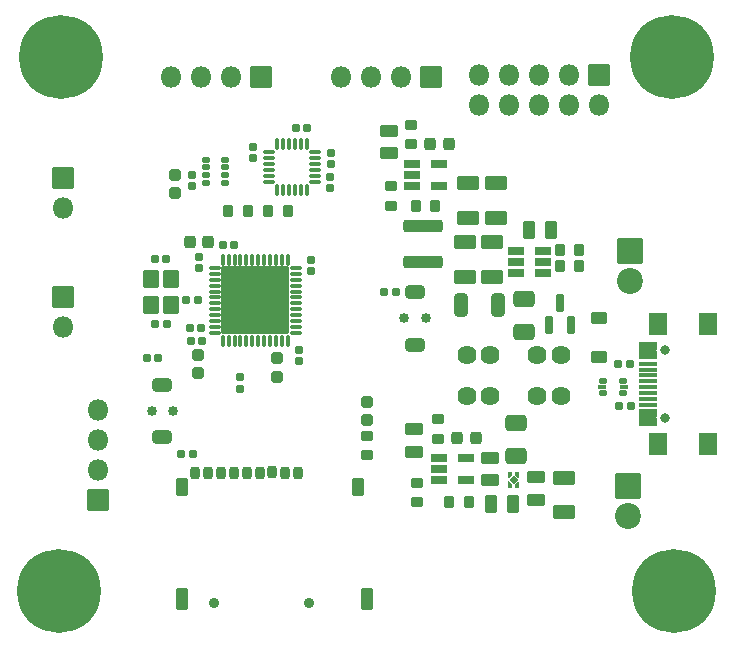
<source format=gbr>
%TF.GenerationSoftware,KiCad,Pcbnew,(6.0.7)*%
%TF.CreationDate,2022-09-11T16:04:51-07:00*%
%TF.ProjectId,All-in-one,416c6c2d-696e-42d6-9f6e-652e6b696361,rev?*%
%TF.SameCoordinates,Original*%
%TF.FileFunction,Soldermask,Top*%
%TF.FilePolarity,Negative*%
%FSLAX46Y46*%
G04 Gerber Fmt 4.6, Leading zero omitted, Abs format (unit mm)*
G04 Created by KiCad (PCBNEW (6.0.7)) date 2022-09-11 16:04:51*
%MOMM*%
%LPD*%
G01*
G04 APERTURE LIST*
G04 Aperture macros list*
%AMRoundRect*
0 Rectangle with rounded corners*
0 $1 Rounding radius*
0 $2 $3 $4 $5 $6 $7 $8 $9 X,Y pos of 4 corners*
0 Add a 4 corners polygon primitive as box body*
4,1,4,$2,$3,$4,$5,$6,$7,$8,$9,$2,$3,0*
0 Add four circle primitives for the rounded corners*
1,1,$1+$1,$2,$3*
1,1,$1+$1,$4,$5*
1,1,$1+$1,$6,$7*
1,1,$1+$1,$8,$9*
0 Add four rect primitives between the rounded corners*
20,1,$1+$1,$2,$3,$4,$5,0*
20,1,$1+$1,$4,$5,$6,$7,0*
20,1,$1+$1,$6,$7,$8,$9,0*
20,1,$1+$1,$8,$9,$2,$3,0*%
%AMFreePoly0*
4,1,13,0.395355,0.160355,0.410000,0.125000,0.395355,0.089645,0.145355,-0.160355,0.110000,-0.175000,-0.110000,-0.175000,-0.145355,-0.160355,-0.160000,-0.125000,-0.160000,0.125000,-0.145355,0.160355,-0.110000,0.175000,0.360000,0.175000,0.395355,0.160355,0.395355,0.160355,$1*%
%AMFreePoly1*
4,1,14,0.145355,0.160355,0.325355,-0.019645,0.340000,-0.055000,0.340000,-0.125000,0.325355,-0.160355,0.290000,-0.175000,-0.110000,-0.175000,-0.145355,-0.160355,-0.160000,-0.125000,-0.160000,0.125000,-0.145355,0.160355,-0.110000,0.175000,0.110000,0.175000,0.145355,0.160355,0.145355,0.160355,$1*%
%AMFreePoly2*
4,1,14,0.145355,0.160355,0.160000,0.125000,0.160000,-0.125000,0.145355,-0.160355,0.110000,-0.175000,-0.290000,-0.175000,-0.325355,-0.160355,-0.340000,-0.125000,-0.340000,-0.055000,-0.325355,-0.019645,-0.145355,0.160355,-0.110000,0.175000,0.110000,0.175000,0.145355,0.160355,0.145355,0.160355,$1*%
%AMFreePoly3*
4,1,14,0.145355,0.160355,0.160000,0.125000,0.160000,-0.125000,0.145355,-0.160355,0.110000,-0.175000,-0.110000,-0.175000,-0.145355,-0.160355,-0.325355,0.019645,-0.340000,0.055000,-0.340000,0.125000,-0.325355,0.160355,-0.290000,0.175000,0.110000,0.175000,0.145355,0.160355,0.145355,0.160355,$1*%
G04 Aperture macros list end*
%ADD10RoundRect,0.200000X-0.512500X-0.150000X0.512500X-0.150000X0.512500X0.150000X-0.512500X0.150000X0*%
%ADD11RoundRect,0.300000X0.650000X-0.325000X0.650000X0.325000X-0.650000X0.325000X-0.650000X-0.325000X0*%
%ADD12RoundRect,0.050000X-0.600000X0.700000X-0.600000X-0.700000X0.600000X-0.700000X0.600000X0.700000X0*%
%ADD13RoundRect,0.050000X0.250000X0.187500X-0.250000X0.187500X-0.250000X-0.187500X0.250000X-0.187500X0*%
%ADD14RoundRect,0.050000X0.325000X0.150000X-0.325000X0.150000X-0.325000X-0.150000X0.325000X-0.150000X0*%
%ADD15RoundRect,0.300000X0.275000X0.700000X-0.275000X0.700000X-0.275000X-0.700000X0.275000X-0.700000X0*%
%ADD16RoundRect,0.250000X0.200000X0.275000X-0.200000X0.275000X-0.200000X-0.275000X0.200000X-0.275000X0*%
%ADD17RoundRect,0.185000X0.135000X0.185000X-0.135000X0.185000X-0.135000X-0.185000X0.135000X-0.185000X0*%
%ADD18RoundRect,0.250000X-0.200000X-0.275000X0.200000X-0.275000X0.200000X0.275000X-0.200000X0.275000X0*%
%ADD19RoundRect,0.268750X-0.218750X-0.256250X0.218750X-0.256250X0.218750X0.256250X-0.218750X0.256250X0*%
%ADD20C,0.850000*%
%ADD21RoundRect,0.312500X0.537500X-0.262500X0.537500X0.262500X-0.537500X0.262500X-0.537500X-0.262500X0*%
%ADD22RoundRect,0.190000X-0.170000X0.140000X-0.170000X-0.140000X0.170000X-0.140000X0.170000X0.140000X0*%
%ADD23RoundRect,0.185000X-0.185000X0.135000X-0.185000X-0.135000X0.185000X-0.135000X0.185000X0.135000X0*%
%ADD24RoundRect,0.300000X-0.250000X-0.475000X0.250000X-0.475000X0.250000X0.475000X-0.250000X0.475000X0*%
%ADD25RoundRect,0.190000X0.170000X-0.140000X0.170000X0.140000X-0.170000X0.140000X-0.170000X-0.140000X0*%
%ADD26RoundRect,0.190000X-0.140000X-0.170000X0.140000X-0.170000X0.140000X0.170000X-0.140000X0.170000X0*%
%ADD27RoundRect,0.050000X-0.850000X0.850000X-0.850000X-0.850000X0.850000X-0.850000X0.850000X0.850000X0*%
%ADD28O,1.800000X1.800000*%
%ADD29RoundRect,0.200000X0.150000X-0.587500X0.150000X0.587500X-0.150000X0.587500X-0.150000X-0.587500X0*%
%ADD30RoundRect,0.197500X-0.147500X-0.172500X0.147500X-0.172500X0.147500X0.172500X-0.147500X0.172500X0*%
%ADD31RoundRect,0.300000X-0.475000X0.250000X-0.475000X-0.250000X0.475000X-0.250000X0.475000X0.250000X0*%
%ADD32RoundRect,0.300000X-0.650000X0.325000X-0.650000X-0.325000X0.650000X-0.325000X0.650000X0.325000X0*%
%ADD33RoundRect,0.050000X-1.050000X1.050000X-1.050000X-1.050000X1.050000X-1.050000X1.050000X1.050000X0*%
%ADD34C,2.200000*%
%ADD35RoundRect,0.300000X0.625000X-0.375000X0.625000X0.375000X-0.625000X0.375000X-0.625000X-0.375000X0*%
%ADD36FreePoly0,90.000000*%
%ADD37FreePoly1,90.000000*%
%ADD38FreePoly2,90.000000*%
%ADD39FreePoly3,90.000000*%
%ADD40RoundRect,0.050000X0.339411X0.000000X0.000000X0.339411X-0.339411X0.000000X0.000000X-0.339411X0*%
%ADD41RoundRect,0.125000X0.075000X-0.350000X0.075000X0.350000X-0.075000X0.350000X-0.075000X-0.350000X0*%
%ADD42RoundRect,0.125000X0.350000X0.075000X-0.350000X0.075000X-0.350000X-0.075000X0.350000X-0.075000X0*%
%ADD43RoundRect,0.275000X0.225000X0.250000X-0.225000X0.250000X-0.225000X-0.250000X0.225000X-0.250000X0*%
%ADD44RoundRect,0.050000X-0.850000X-0.850000X0.850000X-0.850000X0.850000X0.850000X-0.850000X0.850000X0*%
%ADD45RoundRect,0.250000X-0.275000X0.200000X-0.275000X-0.200000X0.275000X-0.200000X0.275000X0.200000X0*%
%ADD46RoundRect,0.275000X-0.250000X0.225000X-0.250000X-0.225000X0.250000X-0.225000X0.250000X0.225000X0*%
%ADD47C,0.900000*%
%ADD48C,7.100000*%
%ADD49C,0.800000*%
%ADD50RoundRect,0.050000X0.725000X-0.300000X0.725000X0.300000X-0.725000X0.300000X-0.725000X-0.300000X0*%
%ADD51RoundRect,0.050000X0.725000X-0.150000X0.725000X0.150000X-0.725000X0.150000X-0.725000X-0.150000X0*%
%ADD52RoundRect,0.050000X0.725000X-0.900000X0.725000X0.900000X-0.725000X0.900000X-0.725000X-0.900000X0*%
%ADD53RoundRect,0.287500X-1.412500X0.237500X-1.412500X-0.237500X1.412500X-0.237500X1.412500X0.237500X0*%
%ADD54RoundRect,0.190000X0.140000X0.170000X-0.140000X0.170000X-0.140000X-0.170000X0.140000X-0.170000X0*%
%ADD55RoundRect,0.050000X-0.250000X-0.175000X0.250000X-0.175000X0.250000X0.175000X-0.250000X0.175000X0*%
%ADD56RoundRect,0.225000X-0.175000X-0.325000X0.175000X-0.325000X0.175000X0.325000X-0.175000X0.325000X0*%
%ADD57RoundRect,0.300000X-0.250000X-0.500000X0.250000X-0.500000X0.250000X0.500000X-0.250000X0.500000X0*%
%ADD58RoundRect,0.300000X-0.250000X-0.650000X0.250000X-0.650000X0.250000X0.650000X-0.250000X0.650000X0*%
%ADD59RoundRect,0.250000X0.275000X-0.200000X0.275000X0.200000X-0.275000X0.200000X-0.275000X-0.200000X0*%
%ADD60RoundRect,0.268750X0.256250X-0.218750X0.256250X0.218750X-0.256250X0.218750X-0.256250X-0.218750X0*%
%ADD61RoundRect,0.050000X0.850000X0.850000X-0.850000X0.850000X-0.850000X-0.850000X0.850000X-0.850000X0*%
%ADD62RoundRect,0.300000X-0.625000X0.375000X-0.625000X-0.375000X0.625000X-0.375000X0.625000X0.375000X0*%
%ADD63RoundRect,0.050000X-0.600000X0.450000X-0.600000X-0.450000X0.600000X-0.450000X0.600000X0.450000X0*%
%ADD64C,1.624000*%
%ADD65RoundRect,0.112500X-0.375000X-0.062500X0.375000X-0.062500X0.375000X0.062500X-0.375000X0.062500X0*%
%ADD66RoundRect,0.112500X-0.062500X-0.375000X0.062500X-0.375000X0.062500X0.375000X-0.062500X0.375000X0*%
%ADD67RoundRect,0.050000X-2.800000X-2.800000X2.800000X-2.800000X2.800000X2.800000X-2.800000X2.800000X0*%
G04 APERTURE END LIST*
D10*
%TO.C,U7*%
X57012500Y-54650000D03*
X57012500Y-55600000D03*
X57012500Y-56550000D03*
X59287500Y-56550000D03*
X59287500Y-54650000D03*
%TD*%
D11*
%TO.C,C2*%
X61500000Y-39375000D03*
X61500000Y-36425000D03*
%TD*%
D12*
%TO.C,Y1*%
X32650000Y-39500000D03*
X32650000Y-41700000D03*
X34350000Y-41700000D03*
X34350000Y-39500000D03*
%TD*%
D13*
%TO.C,U6*%
X72600000Y-49197500D03*
D14*
X72675000Y-48660000D03*
D13*
X72600000Y-48122500D03*
X70900000Y-48122500D03*
D14*
X70825000Y-48660000D03*
D13*
X70900000Y-49197500D03*
%TD*%
D15*
%TO.C,FB1*%
X62075000Y-41700000D03*
X58925000Y-41700000D03*
%TD*%
D16*
%TO.C,R1*%
X68925000Y-37100000D03*
X67275000Y-37100000D03*
%TD*%
D17*
%TO.C,R10*%
X36610000Y-41300000D03*
X35590000Y-41300000D03*
%TD*%
D18*
%TO.C,R14*%
X42575000Y-33800000D03*
X44225000Y-33800000D03*
%TD*%
D10*
%TO.C,U8*%
X54762500Y-29750000D03*
X54762500Y-30700000D03*
X54762500Y-31650000D03*
X57037500Y-31650000D03*
X57037500Y-29750000D03*
%TD*%
D19*
%TO.C,D2*%
X58562500Y-53000000D03*
X60137500Y-53000000D03*
%TD*%
D20*
%TO.C,SW2*%
X34500000Y-50700000D03*
X32700000Y-50700000D03*
D21*
X33600000Y-52925000D03*
X33600000Y-48475000D03*
%TD*%
D22*
%TO.C,C15*%
X46200000Y-37920000D03*
X46200000Y-38880000D03*
%TD*%
D23*
%TO.C,R12*%
X40190000Y-47800000D03*
X40190000Y-48820000D03*
%TD*%
D17*
%TO.C,R15*%
X36190000Y-54300000D03*
X35170000Y-54300000D03*
%TD*%
%TO.C,R9*%
X53410000Y-40600000D03*
X52390000Y-40600000D03*
%TD*%
D24*
%TO.C,C8*%
X61400000Y-58600000D03*
X63300000Y-58600000D03*
%TD*%
D25*
%TO.C,C24*%
X47900000Y-29780000D03*
X47900000Y-28820000D03*
%TD*%
D24*
%TO.C,C3*%
X64650000Y-35350000D03*
X66550000Y-35350000D03*
%TD*%
D26*
%TO.C,C17*%
X32990000Y-37800000D03*
X33950000Y-37800000D03*
%TD*%
D19*
%TO.C,D3*%
X56312500Y-28100000D03*
X57887500Y-28100000D03*
%TD*%
D27*
%TO.C,J9*%
X56375000Y-22430000D03*
D28*
X53835000Y-22430000D03*
X51295000Y-22430000D03*
X48755000Y-22430000D03*
%TD*%
D29*
%TO.C,Q1*%
X66350000Y-43437500D03*
X68250000Y-43437500D03*
X67300000Y-41562500D03*
%TD*%
D30*
%TO.C,L2*%
X36015000Y-44750000D03*
X36985000Y-44750000D03*
%TD*%
D31*
%TO.C,C26*%
X61350000Y-54650000D03*
X61350000Y-56550000D03*
%TD*%
D32*
%TO.C,C5*%
X61900000Y-31425000D03*
X61900000Y-34375000D03*
%TD*%
D20*
%TO.C,SW3*%
X55900000Y-42850000D03*
X54100000Y-42850000D03*
D21*
X55000000Y-45075000D03*
X55000000Y-40625000D03*
%TD*%
D33*
%TO.C,J2*%
X73000000Y-57000000D03*
D34*
X73000000Y-59540000D03*
%TD*%
D35*
%TO.C,F1*%
X64200000Y-44000000D03*
X64200000Y-41200000D03*
%TD*%
D36*
%TO.C,U2*%
X63025000Y-57070000D03*
D37*
X63675000Y-57070000D03*
D38*
X63675000Y-55990000D03*
D39*
X63025000Y-55990000D03*
D40*
X63350000Y-56530000D03*
%TD*%
D16*
%TO.C,R2*%
X68925000Y-38400000D03*
X67275000Y-38400000D03*
%TD*%
D41*
%TO.C,U5*%
X43325000Y-32000000D03*
X43825000Y-32000000D03*
X44325000Y-32000000D03*
X44825000Y-32000000D03*
X45325000Y-32000000D03*
X45825000Y-32000000D03*
D42*
X46525000Y-31300000D03*
X46525000Y-30800000D03*
X46525000Y-30300000D03*
X46525000Y-29800000D03*
X46525000Y-29300000D03*
X46525000Y-28800000D03*
D41*
X45825000Y-28100000D03*
X45325000Y-28100000D03*
X44825000Y-28100000D03*
X44325000Y-28100000D03*
X43825000Y-28100000D03*
X43325000Y-28100000D03*
D42*
X42625000Y-28800000D03*
X42625000Y-29300000D03*
X42625000Y-29800000D03*
X42625000Y-30300000D03*
X42625000Y-30800000D03*
X42625000Y-31300000D03*
%TD*%
D27*
%TO.C,J10*%
X70575000Y-22225000D03*
D28*
X70575000Y-24765000D03*
X68035000Y-22225000D03*
X68035000Y-24765000D03*
X65495000Y-22225000D03*
X65495000Y-24765000D03*
X62955000Y-22225000D03*
X62955000Y-24765000D03*
X60415000Y-22225000D03*
X60415000Y-24765000D03*
%TD*%
D43*
%TO.C,C12*%
X37475000Y-36400000D03*
X35925000Y-36400000D03*
%TD*%
D44*
%TO.C,J7*%
X25200000Y-41060000D03*
D28*
X25200000Y-43600000D03*
%TD*%
D31*
%TO.C,C7*%
X65250000Y-56300000D03*
X65250000Y-58200000D03*
%TD*%
D45*
%TO.C,R3*%
X56950000Y-51375000D03*
X56950000Y-53025000D03*
%TD*%
D31*
%TO.C,C27*%
X54950000Y-52250000D03*
X54950000Y-54150000D03*
%TD*%
D46*
%TO.C,C19*%
X43300000Y-46225000D03*
X43300000Y-47775000D03*
%TD*%
D22*
%TO.C,C14*%
X45200000Y-45520000D03*
X45200000Y-46480000D03*
%TD*%
D26*
%TO.C,C16*%
X38720000Y-36600000D03*
X39680000Y-36600000D03*
%TD*%
D47*
%TO.C,H3*%
X27525000Y-65900000D03*
X26756155Y-67756155D03*
X23043845Y-64043845D03*
X26756155Y-64043845D03*
X22275000Y-65900000D03*
X24900000Y-68525000D03*
X23043845Y-67756155D03*
X24900000Y-63275000D03*
D48*
X24900000Y-65900000D03*
%TD*%
D46*
%TO.C,C20*%
X34700000Y-30725000D03*
X34700000Y-32275000D03*
%TD*%
%TO.C,C10*%
X36600000Y-45925000D03*
X36600000Y-47475000D03*
%TD*%
D49*
%TO.C,J4*%
X76145000Y-51320000D03*
X76145000Y-45540000D03*
D50*
X74700000Y-51655000D03*
X74700000Y-45205000D03*
X74700000Y-50880000D03*
D51*
X74700000Y-50180000D03*
X74700000Y-48680000D03*
X74700000Y-47680000D03*
X74700000Y-46680000D03*
D50*
X74700000Y-45980000D03*
D51*
X74700000Y-47180000D03*
X74700000Y-48180000D03*
X74700000Y-49180000D03*
X74700000Y-49680000D03*
D52*
X79795000Y-53500000D03*
X79795000Y-43360000D03*
X75615000Y-53500000D03*
X75615000Y-43360000D03*
%TD*%
D16*
%TO.C,R13*%
X40825000Y-33800000D03*
X39175000Y-33800000D03*
%TD*%
D22*
%TO.C,C21*%
X36100000Y-30720000D03*
X36100000Y-31680000D03*
%TD*%
D53*
%TO.C,L1*%
X55700000Y-38075000D03*
X55700000Y-35025000D03*
%TD*%
D54*
%TO.C,C23*%
X45880000Y-26700000D03*
X44920000Y-26700000D03*
%TD*%
D55*
%TO.C,U4*%
X38900000Y-29425000D03*
X38900000Y-30075000D03*
X38900000Y-30725000D03*
X38900000Y-31375000D03*
X37300000Y-31375000D03*
X37300000Y-30725000D03*
X37300000Y-30075000D03*
X37300000Y-29425000D03*
%TD*%
D47*
%TO.C,J3*%
X37990000Y-66907879D03*
X45990000Y-66907879D03*
D56*
X45140000Y-55923637D03*
X44040000Y-55907879D03*
X42940000Y-55892121D03*
X41840000Y-55907879D03*
X40740000Y-55907879D03*
X39640000Y-55907879D03*
X38540000Y-55907879D03*
X37440000Y-55907879D03*
X36340000Y-55907879D03*
D57*
X35240000Y-57157879D03*
D58*
X50960000Y-66607879D03*
X35240000Y-66607879D03*
D57*
X50190000Y-57157879D03*
%TD*%
D48*
%TO.C,H4*%
X76900000Y-65900000D03*
D47*
X75043845Y-64043845D03*
X79525000Y-65900000D03*
X78756155Y-64043845D03*
X78756155Y-67756155D03*
X74275000Y-65900000D03*
X76900000Y-63275000D03*
X76900000Y-68525000D03*
X75043845Y-67756155D03*
%TD*%
D59*
%TO.C,R5*%
X55150000Y-58425000D03*
X55150000Y-56775000D03*
%TD*%
D22*
%TO.C,C22*%
X47850000Y-30840000D03*
X47850000Y-31800000D03*
%TD*%
D32*
%TO.C,C6*%
X67650000Y-56325000D03*
X67650000Y-59275000D03*
%TD*%
D17*
%TO.C,R17*%
X73260000Y-50240000D03*
X72240000Y-50240000D03*
%TD*%
D60*
%TO.C,D4*%
X50900000Y-51487500D03*
X50900000Y-49912500D03*
%TD*%
D61*
%TO.C,J5*%
X28200000Y-58210000D03*
D28*
X28200000Y-55670000D03*
X28200000Y-53130000D03*
X28200000Y-50590000D03*
%TD*%
D31*
%TO.C,C28*%
X52800000Y-26950000D03*
X52800000Y-28850000D03*
%TD*%
D62*
%TO.C,F2*%
X63550000Y-51700000D03*
X63550000Y-54500000D03*
%TD*%
D32*
%TO.C,C4*%
X59500000Y-31425000D03*
X59500000Y-34375000D03*
%TD*%
D44*
%TO.C,J6*%
X25200000Y-30960000D03*
D28*
X25200000Y-33500000D03*
%TD*%
D10*
%TO.C,U1*%
X63562500Y-37150000D03*
X63562500Y-38100000D03*
X63562500Y-39050000D03*
X65837500Y-39050000D03*
X65837500Y-38100000D03*
X65837500Y-37150000D03*
%TD*%
D54*
%TO.C,C11*%
X36880000Y-43700000D03*
X35920000Y-43700000D03*
%TD*%
D18*
%TO.C,R4*%
X57925000Y-58400000D03*
X59575000Y-58400000D03*
%TD*%
D54*
%TO.C,C18*%
X33980000Y-43300000D03*
X33020000Y-43300000D03*
%TD*%
D25*
%TO.C,C25*%
X41300000Y-29280000D03*
X41300000Y-28320000D03*
%TD*%
D27*
%TO.C,J8*%
X42000000Y-22430000D03*
D28*
X39460000Y-22430000D03*
X36920000Y-22430000D03*
X34380000Y-22430000D03*
%TD*%
D18*
%TO.C,R7*%
X55075000Y-33300000D03*
X56725000Y-33300000D03*
%TD*%
D47*
%TO.C,H1*%
X74943845Y-18843845D03*
X79425000Y-20700000D03*
X76800000Y-18075000D03*
X78656155Y-22556155D03*
X78656155Y-18843845D03*
X74943845Y-22556155D03*
D48*
X76800000Y-20700000D03*
D47*
X76800000Y-23325000D03*
X74175000Y-20700000D03*
%TD*%
D33*
%TO.C,J1*%
X73200000Y-37130000D03*
D34*
X73200000Y-39670000D03*
%TD*%
D59*
%TO.C,R8*%
X53000000Y-33325000D03*
X53000000Y-31675000D03*
%TD*%
D47*
%TO.C,H2*%
X25000000Y-23325000D03*
X26856155Y-18843845D03*
X23143845Y-22556155D03*
X25000000Y-18075000D03*
X26856155Y-22556155D03*
X23143845Y-18843845D03*
X27625000Y-20700000D03*
X22375000Y-20700000D03*
D48*
X25000000Y-20700000D03*
%TD*%
D17*
%TO.C,R16*%
X73240000Y-46730000D03*
X72220000Y-46730000D03*
%TD*%
D63*
%TO.C,D1*%
X70575000Y-42780000D03*
X70575000Y-46080000D03*
%TD*%
D64*
%TO.C,SW1*%
X67375000Y-45984783D03*
X61375000Y-45984783D03*
X65375000Y-45984783D03*
X59375000Y-45984783D03*
X67375000Y-49384783D03*
X61375000Y-49384783D03*
X65375000Y-49415218D03*
X59375000Y-49415218D03*
%TD*%
D45*
%TO.C,R6*%
X54700000Y-26475000D03*
X54700000Y-28125000D03*
%TD*%
%TO.C,R11*%
X50900000Y-52775000D03*
X50900000Y-54425000D03*
%TD*%
D11*
%TO.C,C1*%
X59200000Y-39375000D03*
X59200000Y-36425000D03*
%TD*%
D26*
%TO.C,C9*%
X32320000Y-46200000D03*
X33280000Y-46200000D03*
%TD*%
D25*
%TO.C,C13*%
X36700000Y-38590000D03*
X36700000Y-37630000D03*
%TD*%
D65*
%TO.C,U3*%
X38037500Y-38580000D03*
X38037500Y-39080000D03*
X38037500Y-39580000D03*
X38037500Y-40080000D03*
X38037500Y-40580000D03*
X38037500Y-41080000D03*
X38037500Y-41580000D03*
X38037500Y-42080000D03*
X38037500Y-42580000D03*
X38037500Y-43080000D03*
X38037500Y-43580000D03*
X38037500Y-44080000D03*
D66*
X38725000Y-44767500D03*
X39225000Y-44767500D03*
X39725000Y-44767500D03*
X40225000Y-44767500D03*
X40725000Y-44767500D03*
X41225000Y-44767500D03*
X41725000Y-44767500D03*
X42225000Y-44767500D03*
X42725000Y-44767500D03*
X43225000Y-44767500D03*
X43725000Y-44767500D03*
X44225000Y-44767500D03*
D65*
X44912500Y-44080000D03*
X44912500Y-43580000D03*
X44912500Y-43080000D03*
X44912500Y-42580000D03*
X44912500Y-42080000D03*
X44912500Y-41580000D03*
X44912500Y-41080000D03*
X44912500Y-40580000D03*
X44912500Y-40080000D03*
X44912500Y-39580000D03*
X44912500Y-39080000D03*
X44912500Y-38580000D03*
D66*
X44225000Y-37892500D03*
X43725000Y-37892500D03*
X43225000Y-37892500D03*
X42725000Y-37892500D03*
X42225000Y-37892500D03*
X41725000Y-37892500D03*
X41225000Y-37892500D03*
X40725000Y-37892500D03*
X40225000Y-37892500D03*
X39725000Y-37892500D03*
X39225000Y-37892500D03*
X38725000Y-37892500D03*
D67*
X41475000Y-41330000D03*
%TD*%
G36*
X75443898Y-51225221D02*
G01*
X75444288Y-51227183D01*
X75444057Y-51227651D01*
X75423667Y-51258168D01*
X75430853Y-51294294D01*
X75443554Y-51306995D01*
X75444072Y-51308927D01*
X75442658Y-51310341D01*
X75441750Y-51310371D01*
X75424801Y-51307000D01*
X73975199Y-51307000D01*
X73957996Y-51310422D01*
X73956102Y-51309779D01*
X73955712Y-51307817D01*
X73955943Y-51307349D01*
X73976333Y-51276832D01*
X73969147Y-51240706D01*
X73956446Y-51228005D01*
X73955928Y-51226073D01*
X73957342Y-51224659D01*
X73958250Y-51224629D01*
X73975199Y-51228000D01*
X75424801Y-51228000D01*
X75442004Y-51224578D01*
X75443898Y-51225221D01*
G37*
G36*
X75443898Y-45550221D02*
G01*
X75444288Y-45552183D01*
X75444057Y-45552651D01*
X75423667Y-45583168D01*
X75430853Y-45619294D01*
X75443554Y-45631995D01*
X75444072Y-45633927D01*
X75442658Y-45635341D01*
X75441750Y-45635371D01*
X75424801Y-45632000D01*
X73975199Y-45632000D01*
X73957996Y-45635422D01*
X73956102Y-45634779D01*
X73955712Y-45632817D01*
X73955943Y-45632349D01*
X73976333Y-45601832D01*
X73969147Y-45565706D01*
X73956446Y-45553005D01*
X73955928Y-45551073D01*
X73957342Y-45549659D01*
X73958250Y-45549629D01*
X73975199Y-45553000D01*
X75424801Y-45553000D01*
X75442004Y-45549578D01*
X75443898Y-45550221D01*
G37*
M02*

</source>
